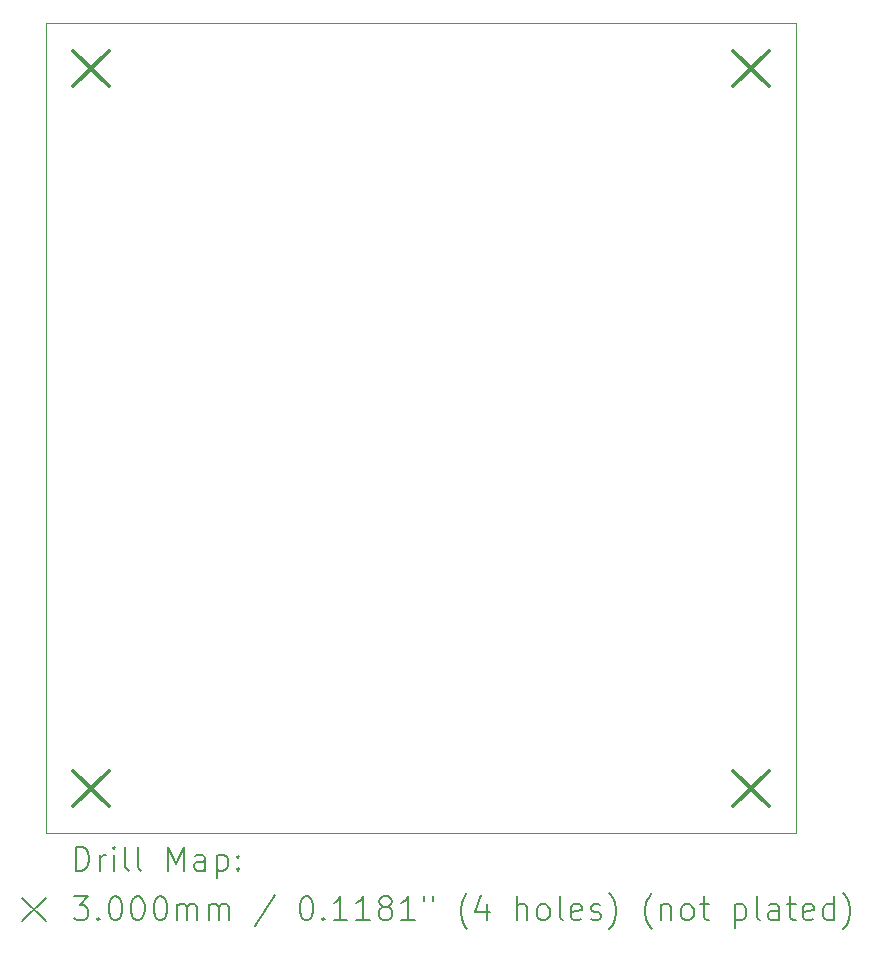
<source format=gbr>
%TF.GenerationSoftware,KiCad,Pcbnew,(6.0.7)*%
%TF.CreationDate,2022-08-10T04:42:46-07:00*%
%TF.ProjectId,pulse-pcb,70756c73-652d-4706-9362-2e6b69636164,rev?*%
%TF.SameCoordinates,Original*%
%TF.FileFunction,Drillmap*%
%TF.FilePolarity,Positive*%
%FSLAX45Y45*%
G04 Gerber Fmt 4.5, Leading zero omitted, Abs format (unit mm)*
G04 Created by KiCad (PCBNEW (6.0.7)) date 2022-08-10 04:42:46*
%MOMM*%
%LPD*%
G01*
G04 APERTURE LIST*
%ADD10C,0.100000*%
%ADD11C,0.200000*%
%ADD12C,0.300000*%
G04 APERTURE END LIST*
D10*
X15494000Y-13462000D02*
X9144000Y-13462000D01*
X9144000Y-13462000D02*
X9144000Y-6604000D01*
X9144000Y-6604000D02*
X15494000Y-6604000D01*
X15494000Y-6604000D02*
X15494000Y-13462000D01*
D11*
D12*
X9375000Y-6835000D02*
X9675000Y-7135000D01*
X9675000Y-6835000D02*
X9375000Y-7135000D01*
X9375000Y-12931000D02*
X9675000Y-13231000D01*
X9675000Y-12931000D02*
X9375000Y-13231000D01*
X14963000Y-6835000D02*
X15263000Y-7135000D01*
X15263000Y-6835000D02*
X14963000Y-7135000D01*
X14963000Y-12931000D02*
X15263000Y-13231000D01*
X15263000Y-12931000D02*
X14963000Y-13231000D01*
D11*
X9396619Y-13777476D02*
X9396619Y-13577476D01*
X9444238Y-13577476D01*
X9472810Y-13587000D01*
X9491857Y-13606048D01*
X9501381Y-13625095D01*
X9510905Y-13663190D01*
X9510905Y-13691762D01*
X9501381Y-13729857D01*
X9491857Y-13748905D01*
X9472810Y-13767952D01*
X9444238Y-13777476D01*
X9396619Y-13777476D01*
X9596619Y-13777476D02*
X9596619Y-13644143D01*
X9596619Y-13682238D02*
X9606143Y-13663190D01*
X9615667Y-13653667D01*
X9634714Y-13644143D01*
X9653762Y-13644143D01*
X9720429Y-13777476D02*
X9720429Y-13644143D01*
X9720429Y-13577476D02*
X9710905Y-13587000D01*
X9720429Y-13596524D01*
X9729952Y-13587000D01*
X9720429Y-13577476D01*
X9720429Y-13596524D01*
X9844238Y-13777476D02*
X9825190Y-13767952D01*
X9815667Y-13748905D01*
X9815667Y-13577476D01*
X9949000Y-13777476D02*
X9929952Y-13767952D01*
X9920429Y-13748905D01*
X9920429Y-13577476D01*
X10177571Y-13777476D02*
X10177571Y-13577476D01*
X10244238Y-13720333D01*
X10310905Y-13577476D01*
X10310905Y-13777476D01*
X10491857Y-13777476D02*
X10491857Y-13672714D01*
X10482333Y-13653667D01*
X10463286Y-13644143D01*
X10425190Y-13644143D01*
X10406143Y-13653667D01*
X10491857Y-13767952D02*
X10472810Y-13777476D01*
X10425190Y-13777476D01*
X10406143Y-13767952D01*
X10396619Y-13748905D01*
X10396619Y-13729857D01*
X10406143Y-13710809D01*
X10425190Y-13701286D01*
X10472810Y-13701286D01*
X10491857Y-13691762D01*
X10587095Y-13644143D02*
X10587095Y-13844143D01*
X10587095Y-13653667D02*
X10606143Y-13644143D01*
X10644238Y-13644143D01*
X10663286Y-13653667D01*
X10672810Y-13663190D01*
X10682333Y-13682238D01*
X10682333Y-13739381D01*
X10672810Y-13758428D01*
X10663286Y-13767952D01*
X10644238Y-13777476D01*
X10606143Y-13777476D01*
X10587095Y-13767952D01*
X10768048Y-13758428D02*
X10777571Y-13767952D01*
X10768048Y-13777476D01*
X10758524Y-13767952D01*
X10768048Y-13758428D01*
X10768048Y-13777476D01*
X10768048Y-13653667D02*
X10777571Y-13663190D01*
X10768048Y-13672714D01*
X10758524Y-13663190D01*
X10768048Y-13653667D01*
X10768048Y-13672714D01*
X8939000Y-14007000D02*
X9139000Y-14207000D01*
X9139000Y-14007000D02*
X8939000Y-14207000D01*
X9377571Y-13997476D02*
X9501381Y-13997476D01*
X9434714Y-14073667D01*
X9463286Y-14073667D01*
X9482333Y-14083190D01*
X9491857Y-14092714D01*
X9501381Y-14111762D01*
X9501381Y-14159381D01*
X9491857Y-14178428D01*
X9482333Y-14187952D01*
X9463286Y-14197476D01*
X9406143Y-14197476D01*
X9387095Y-14187952D01*
X9377571Y-14178428D01*
X9587095Y-14178428D02*
X9596619Y-14187952D01*
X9587095Y-14197476D01*
X9577571Y-14187952D01*
X9587095Y-14178428D01*
X9587095Y-14197476D01*
X9720429Y-13997476D02*
X9739476Y-13997476D01*
X9758524Y-14007000D01*
X9768048Y-14016524D01*
X9777571Y-14035571D01*
X9787095Y-14073667D01*
X9787095Y-14121286D01*
X9777571Y-14159381D01*
X9768048Y-14178428D01*
X9758524Y-14187952D01*
X9739476Y-14197476D01*
X9720429Y-14197476D01*
X9701381Y-14187952D01*
X9691857Y-14178428D01*
X9682333Y-14159381D01*
X9672810Y-14121286D01*
X9672810Y-14073667D01*
X9682333Y-14035571D01*
X9691857Y-14016524D01*
X9701381Y-14007000D01*
X9720429Y-13997476D01*
X9910905Y-13997476D02*
X9929952Y-13997476D01*
X9949000Y-14007000D01*
X9958524Y-14016524D01*
X9968048Y-14035571D01*
X9977571Y-14073667D01*
X9977571Y-14121286D01*
X9968048Y-14159381D01*
X9958524Y-14178428D01*
X9949000Y-14187952D01*
X9929952Y-14197476D01*
X9910905Y-14197476D01*
X9891857Y-14187952D01*
X9882333Y-14178428D01*
X9872810Y-14159381D01*
X9863286Y-14121286D01*
X9863286Y-14073667D01*
X9872810Y-14035571D01*
X9882333Y-14016524D01*
X9891857Y-14007000D01*
X9910905Y-13997476D01*
X10101381Y-13997476D02*
X10120429Y-13997476D01*
X10139476Y-14007000D01*
X10149000Y-14016524D01*
X10158524Y-14035571D01*
X10168048Y-14073667D01*
X10168048Y-14121286D01*
X10158524Y-14159381D01*
X10149000Y-14178428D01*
X10139476Y-14187952D01*
X10120429Y-14197476D01*
X10101381Y-14197476D01*
X10082333Y-14187952D01*
X10072810Y-14178428D01*
X10063286Y-14159381D01*
X10053762Y-14121286D01*
X10053762Y-14073667D01*
X10063286Y-14035571D01*
X10072810Y-14016524D01*
X10082333Y-14007000D01*
X10101381Y-13997476D01*
X10253762Y-14197476D02*
X10253762Y-14064143D01*
X10253762Y-14083190D02*
X10263286Y-14073667D01*
X10282333Y-14064143D01*
X10310905Y-14064143D01*
X10329952Y-14073667D01*
X10339476Y-14092714D01*
X10339476Y-14197476D01*
X10339476Y-14092714D02*
X10349000Y-14073667D01*
X10368048Y-14064143D01*
X10396619Y-14064143D01*
X10415667Y-14073667D01*
X10425190Y-14092714D01*
X10425190Y-14197476D01*
X10520429Y-14197476D02*
X10520429Y-14064143D01*
X10520429Y-14083190D02*
X10529952Y-14073667D01*
X10549000Y-14064143D01*
X10577571Y-14064143D01*
X10596619Y-14073667D01*
X10606143Y-14092714D01*
X10606143Y-14197476D01*
X10606143Y-14092714D02*
X10615667Y-14073667D01*
X10634714Y-14064143D01*
X10663286Y-14064143D01*
X10682333Y-14073667D01*
X10691857Y-14092714D01*
X10691857Y-14197476D01*
X11082333Y-13987952D02*
X10910905Y-14245095D01*
X11339476Y-13997476D02*
X11358524Y-13997476D01*
X11377571Y-14007000D01*
X11387095Y-14016524D01*
X11396619Y-14035571D01*
X11406143Y-14073667D01*
X11406143Y-14121286D01*
X11396619Y-14159381D01*
X11387095Y-14178428D01*
X11377571Y-14187952D01*
X11358524Y-14197476D01*
X11339476Y-14197476D01*
X11320428Y-14187952D01*
X11310905Y-14178428D01*
X11301381Y-14159381D01*
X11291857Y-14121286D01*
X11291857Y-14073667D01*
X11301381Y-14035571D01*
X11310905Y-14016524D01*
X11320428Y-14007000D01*
X11339476Y-13997476D01*
X11491857Y-14178428D02*
X11501381Y-14187952D01*
X11491857Y-14197476D01*
X11482333Y-14187952D01*
X11491857Y-14178428D01*
X11491857Y-14197476D01*
X11691857Y-14197476D02*
X11577571Y-14197476D01*
X11634714Y-14197476D02*
X11634714Y-13997476D01*
X11615667Y-14026048D01*
X11596619Y-14045095D01*
X11577571Y-14054619D01*
X11882333Y-14197476D02*
X11768048Y-14197476D01*
X11825190Y-14197476D02*
X11825190Y-13997476D01*
X11806143Y-14026048D01*
X11787095Y-14045095D01*
X11768048Y-14054619D01*
X11996619Y-14083190D02*
X11977571Y-14073667D01*
X11968048Y-14064143D01*
X11958524Y-14045095D01*
X11958524Y-14035571D01*
X11968048Y-14016524D01*
X11977571Y-14007000D01*
X11996619Y-13997476D01*
X12034714Y-13997476D01*
X12053762Y-14007000D01*
X12063286Y-14016524D01*
X12072809Y-14035571D01*
X12072809Y-14045095D01*
X12063286Y-14064143D01*
X12053762Y-14073667D01*
X12034714Y-14083190D01*
X11996619Y-14083190D01*
X11977571Y-14092714D01*
X11968048Y-14102238D01*
X11958524Y-14121286D01*
X11958524Y-14159381D01*
X11968048Y-14178428D01*
X11977571Y-14187952D01*
X11996619Y-14197476D01*
X12034714Y-14197476D01*
X12053762Y-14187952D01*
X12063286Y-14178428D01*
X12072809Y-14159381D01*
X12072809Y-14121286D01*
X12063286Y-14102238D01*
X12053762Y-14092714D01*
X12034714Y-14083190D01*
X12263286Y-14197476D02*
X12149000Y-14197476D01*
X12206143Y-14197476D02*
X12206143Y-13997476D01*
X12187095Y-14026048D01*
X12168048Y-14045095D01*
X12149000Y-14054619D01*
X12339476Y-13997476D02*
X12339476Y-14035571D01*
X12415667Y-13997476D02*
X12415667Y-14035571D01*
X12710905Y-14273667D02*
X12701381Y-14264143D01*
X12682333Y-14235571D01*
X12672809Y-14216524D01*
X12663286Y-14187952D01*
X12653762Y-14140333D01*
X12653762Y-14102238D01*
X12663286Y-14054619D01*
X12672809Y-14026048D01*
X12682333Y-14007000D01*
X12701381Y-13978428D01*
X12710905Y-13968905D01*
X12872809Y-14064143D02*
X12872809Y-14197476D01*
X12825190Y-13987952D02*
X12777571Y-14130809D01*
X12901381Y-14130809D01*
X13129952Y-14197476D02*
X13129952Y-13997476D01*
X13215667Y-14197476D02*
X13215667Y-14092714D01*
X13206143Y-14073667D01*
X13187095Y-14064143D01*
X13158524Y-14064143D01*
X13139476Y-14073667D01*
X13129952Y-14083190D01*
X13339476Y-14197476D02*
X13320428Y-14187952D01*
X13310905Y-14178428D01*
X13301381Y-14159381D01*
X13301381Y-14102238D01*
X13310905Y-14083190D01*
X13320428Y-14073667D01*
X13339476Y-14064143D01*
X13368048Y-14064143D01*
X13387095Y-14073667D01*
X13396619Y-14083190D01*
X13406143Y-14102238D01*
X13406143Y-14159381D01*
X13396619Y-14178428D01*
X13387095Y-14187952D01*
X13368048Y-14197476D01*
X13339476Y-14197476D01*
X13520428Y-14197476D02*
X13501381Y-14187952D01*
X13491857Y-14168905D01*
X13491857Y-13997476D01*
X13672809Y-14187952D02*
X13653762Y-14197476D01*
X13615667Y-14197476D01*
X13596619Y-14187952D01*
X13587095Y-14168905D01*
X13587095Y-14092714D01*
X13596619Y-14073667D01*
X13615667Y-14064143D01*
X13653762Y-14064143D01*
X13672809Y-14073667D01*
X13682333Y-14092714D01*
X13682333Y-14111762D01*
X13587095Y-14130809D01*
X13758524Y-14187952D02*
X13777571Y-14197476D01*
X13815667Y-14197476D01*
X13834714Y-14187952D01*
X13844238Y-14168905D01*
X13844238Y-14159381D01*
X13834714Y-14140333D01*
X13815667Y-14130809D01*
X13787095Y-14130809D01*
X13768048Y-14121286D01*
X13758524Y-14102238D01*
X13758524Y-14092714D01*
X13768048Y-14073667D01*
X13787095Y-14064143D01*
X13815667Y-14064143D01*
X13834714Y-14073667D01*
X13910905Y-14273667D02*
X13920428Y-14264143D01*
X13939476Y-14235571D01*
X13949000Y-14216524D01*
X13958524Y-14187952D01*
X13968048Y-14140333D01*
X13968048Y-14102238D01*
X13958524Y-14054619D01*
X13949000Y-14026048D01*
X13939476Y-14007000D01*
X13920428Y-13978428D01*
X13910905Y-13968905D01*
X14272809Y-14273667D02*
X14263286Y-14264143D01*
X14244238Y-14235571D01*
X14234714Y-14216524D01*
X14225190Y-14187952D01*
X14215667Y-14140333D01*
X14215667Y-14102238D01*
X14225190Y-14054619D01*
X14234714Y-14026048D01*
X14244238Y-14007000D01*
X14263286Y-13978428D01*
X14272809Y-13968905D01*
X14349000Y-14064143D02*
X14349000Y-14197476D01*
X14349000Y-14083190D02*
X14358524Y-14073667D01*
X14377571Y-14064143D01*
X14406143Y-14064143D01*
X14425190Y-14073667D01*
X14434714Y-14092714D01*
X14434714Y-14197476D01*
X14558524Y-14197476D02*
X14539476Y-14187952D01*
X14529952Y-14178428D01*
X14520428Y-14159381D01*
X14520428Y-14102238D01*
X14529952Y-14083190D01*
X14539476Y-14073667D01*
X14558524Y-14064143D01*
X14587095Y-14064143D01*
X14606143Y-14073667D01*
X14615667Y-14083190D01*
X14625190Y-14102238D01*
X14625190Y-14159381D01*
X14615667Y-14178428D01*
X14606143Y-14187952D01*
X14587095Y-14197476D01*
X14558524Y-14197476D01*
X14682333Y-14064143D02*
X14758524Y-14064143D01*
X14710905Y-13997476D02*
X14710905Y-14168905D01*
X14720428Y-14187952D01*
X14739476Y-14197476D01*
X14758524Y-14197476D01*
X14977571Y-14064143D02*
X14977571Y-14264143D01*
X14977571Y-14073667D02*
X14996619Y-14064143D01*
X15034714Y-14064143D01*
X15053762Y-14073667D01*
X15063286Y-14083190D01*
X15072809Y-14102238D01*
X15072809Y-14159381D01*
X15063286Y-14178428D01*
X15053762Y-14187952D01*
X15034714Y-14197476D01*
X14996619Y-14197476D01*
X14977571Y-14187952D01*
X15187095Y-14197476D02*
X15168048Y-14187952D01*
X15158524Y-14168905D01*
X15158524Y-13997476D01*
X15349000Y-14197476D02*
X15349000Y-14092714D01*
X15339476Y-14073667D01*
X15320428Y-14064143D01*
X15282333Y-14064143D01*
X15263286Y-14073667D01*
X15349000Y-14187952D02*
X15329952Y-14197476D01*
X15282333Y-14197476D01*
X15263286Y-14187952D01*
X15253762Y-14168905D01*
X15253762Y-14149857D01*
X15263286Y-14130809D01*
X15282333Y-14121286D01*
X15329952Y-14121286D01*
X15349000Y-14111762D01*
X15415667Y-14064143D02*
X15491857Y-14064143D01*
X15444238Y-13997476D02*
X15444238Y-14168905D01*
X15453762Y-14187952D01*
X15472809Y-14197476D01*
X15491857Y-14197476D01*
X15634714Y-14187952D02*
X15615667Y-14197476D01*
X15577571Y-14197476D01*
X15558524Y-14187952D01*
X15549000Y-14168905D01*
X15549000Y-14092714D01*
X15558524Y-14073667D01*
X15577571Y-14064143D01*
X15615667Y-14064143D01*
X15634714Y-14073667D01*
X15644238Y-14092714D01*
X15644238Y-14111762D01*
X15549000Y-14130809D01*
X15815667Y-14197476D02*
X15815667Y-13997476D01*
X15815667Y-14187952D02*
X15796619Y-14197476D01*
X15758524Y-14197476D01*
X15739476Y-14187952D01*
X15729952Y-14178428D01*
X15720428Y-14159381D01*
X15720428Y-14102238D01*
X15729952Y-14083190D01*
X15739476Y-14073667D01*
X15758524Y-14064143D01*
X15796619Y-14064143D01*
X15815667Y-14073667D01*
X15891857Y-14273667D02*
X15901381Y-14264143D01*
X15920428Y-14235571D01*
X15929952Y-14216524D01*
X15939476Y-14187952D01*
X15949000Y-14140333D01*
X15949000Y-14102238D01*
X15939476Y-14054619D01*
X15929952Y-14026048D01*
X15920428Y-14007000D01*
X15901381Y-13978428D01*
X15891857Y-13968905D01*
M02*

</source>
